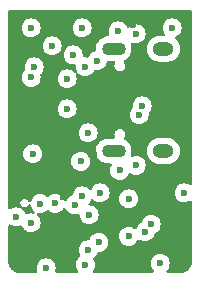
<source format=gbr>
%TF.GenerationSoftware,KiCad,Pcbnew,8.0.4*%
%TF.CreationDate,2024-12-29T16:28:47-05:00*%
%TF.ProjectId,SurroundSensePCB,53757272-6f75-46e6-9453-656e73655043,rev?*%
%TF.SameCoordinates,Original*%
%TF.FileFunction,Copper,L2,Inr*%
%TF.FilePolarity,Positive*%
%FSLAX46Y46*%
G04 Gerber Fmt 4.6, Leading zero omitted, Abs format (unit mm)*
G04 Created by KiCad (PCBNEW 8.0.4) date 2024-12-29 16:28:47*
%MOMM*%
%LPD*%
G01*
G04 APERTURE LIST*
%TA.AperFunction,ComponentPad*%
%ADD10O,1.800000X1.200000*%
%TD*%
%TA.AperFunction,ComponentPad*%
%ADD11O,2.000000X1.100000*%
%TD*%
%TA.AperFunction,ViaPad*%
%ADD12C,0.600000*%
%TD*%
G04 APERTURE END LIST*
D10*
%TO.N,GND*%
%TO.C,USB1*%
X141494500Y-82035000D03*
D11*
X137294500Y-82035000D03*
D10*
X141494500Y-90685000D03*
D11*
X137294500Y-90685000D03*
%TD*%
D12*
%TO.N,GND*%
X131572000Y-100584000D03*
X137668000Y-80518000D03*
X140462000Y-96901000D03*
X130302000Y-80264000D03*
X134620000Y-94488000D03*
X129032000Y-96266000D03*
X141224000Y-100203000D03*
X135890000Y-83058000D03*
X143256000Y-94234000D03*
X135128000Y-99060000D03*
X133350000Y-84582000D03*
X135128000Y-89154000D03*
X139192000Y-80772000D03*
X133858000Y-82550000D03*
X130302000Y-84455000D03*
X134620000Y-80264000D03*
X132080000Y-81788000D03*
X134874000Y-83566000D03*
X133350000Y-87122000D03*
%TO.N,+3.3V*%
X131445000Y-80645000D03*
X131318000Y-89662000D03*
X138938000Y-80010000D03*
X135636000Y-90932000D03*
X132842000Y-80264000D03*
X132969000Y-94615000D03*
X138938000Y-100584000D03*
X139700000Y-94996000D03*
%TO.N,/en*%
X142240000Y-80264000D03*
%TO.N,/out+*%
X138565054Y-97908946D03*
X134898805Y-100305195D03*
%TO.N,/out-*%
X139954000Y-97536000D03*
X130302000Y-96774000D03*
%TO.N,/sda*%
X134493000Y-91567000D03*
X138557000Y-94742000D03*
X136144000Y-94234000D03*
%TO.N,/scl*%
X135220144Y-96094388D03*
X133985000Y-95250000D03*
X130429000Y-90932000D03*
%TO.N,/boot*%
X130556000Y-83566000D03*
%TO.N,/mic_data*%
X132334000Y-95123000D03*
%TO.N,/usb_p*%
X139446000Y-87630000D03*
X137795000Y-92329000D03*
X139197705Y-91901822D03*
%TO.N,/usb_n*%
X139700000Y-86868000D03*
%TO.N,/mic_clk*%
X131064000Y-95147498D03*
%TO.N,+5V*%
X136017000Y-98426002D03*
%TD*%
%TA.AperFunction,Conductor*%
%TO.N,+3.3V*%
G36*
X143860539Y-78759685D02*
G01*
X143906294Y-78812489D01*
X143917500Y-78864000D01*
X143917500Y-93479878D01*
X143897815Y-93546917D01*
X143845011Y-93592672D01*
X143775853Y-93602616D01*
X143727528Y-93584872D01*
X143605523Y-93508211D01*
X143435254Y-93448631D01*
X143435249Y-93448630D01*
X143256004Y-93428435D01*
X143255996Y-93428435D01*
X143076750Y-93448630D01*
X143076745Y-93448631D01*
X142906476Y-93508211D01*
X142753737Y-93604184D01*
X142626184Y-93731737D01*
X142530211Y-93884476D01*
X142470631Y-94054745D01*
X142470630Y-94054750D01*
X142450435Y-94233996D01*
X142450435Y-94234003D01*
X142470630Y-94413249D01*
X142470631Y-94413254D01*
X142530211Y-94583523D01*
X142582824Y-94667255D01*
X142626184Y-94736262D01*
X142753738Y-94863816D01*
X142807857Y-94897821D01*
X142906474Y-94959787D01*
X142906478Y-94959789D01*
X142993565Y-94990262D01*
X143076745Y-95019368D01*
X143076750Y-95019369D01*
X143255996Y-95039565D01*
X143256000Y-95039565D01*
X143256004Y-95039565D01*
X143435249Y-95019369D01*
X143435252Y-95019368D01*
X143435255Y-95019368D01*
X143605522Y-94959789D01*
X143605524Y-94959787D01*
X143605526Y-94959787D01*
X143727528Y-94883128D01*
X143794764Y-94864127D01*
X143861599Y-94884494D01*
X143906814Y-94937762D01*
X143917500Y-94988121D01*
X143917500Y-100070586D01*
X143917028Y-100081394D01*
X143904536Y-100224167D01*
X143900783Y-100245452D01*
X143865096Y-100378639D01*
X143857703Y-100398951D01*
X143799430Y-100523918D01*
X143788623Y-100542636D01*
X143709536Y-100655585D01*
X143695642Y-100672143D01*
X143598143Y-100769642D01*
X143581585Y-100783536D01*
X143468636Y-100862623D01*
X143449918Y-100873430D01*
X143324951Y-100931703D01*
X143304639Y-100939096D01*
X143171452Y-100974783D01*
X143150167Y-100978536D01*
X143007395Y-100991028D01*
X142996587Y-100991500D01*
X141866940Y-100991500D01*
X141799901Y-100971815D01*
X141754146Y-100919011D01*
X141744202Y-100849853D01*
X141773227Y-100786297D01*
X141779259Y-100779819D01*
X141795829Y-100763249D01*
X141853816Y-100705262D01*
X141949789Y-100552522D01*
X142009368Y-100382255D01*
X142009369Y-100382249D01*
X142029565Y-100203003D01*
X142029565Y-100202996D01*
X142009369Y-100023750D01*
X142009368Y-100023745D01*
X141949789Y-99853478D01*
X141853816Y-99700738D01*
X141726262Y-99573184D01*
X141708880Y-99562262D01*
X141573523Y-99477211D01*
X141403254Y-99417631D01*
X141403249Y-99417630D01*
X141224004Y-99397435D01*
X141223996Y-99397435D01*
X141044750Y-99417630D01*
X141044745Y-99417631D01*
X140874476Y-99477211D01*
X140721737Y-99573184D01*
X140594184Y-99700737D01*
X140498211Y-99853476D01*
X140438631Y-100023745D01*
X140438630Y-100023750D01*
X140418435Y-100202996D01*
X140418435Y-100203003D01*
X140438630Y-100382249D01*
X140438631Y-100382254D01*
X140498211Y-100552523D01*
X140594184Y-100705262D01*
X140668741Y-100779819D01*
X140702226Y-100841142D01*
X140697242Y-100910834D01*
X140655370Y-100966767D01*
X140589906Y-100991184D01*
X140581060Y-100991500D01*
X135637340Y-100991500D01*
X135570301Y-100971815D01*
X135524546Y-100919011D01*
X135514602Y-100849853D01*
X135532346Y-100801528D01*
X135624594Y-100654717D01*
X135684173Y-100484450D01*
X135693154Y-100404745D01*
X135704370Y-100305198D01*
X135704370Y-100305191D01*
X135684174Y-100125945D01*
X135684173Y-100125940D01*
X135648413Y-100023745D01*
X135624594Y-99955673D01*
X135572404Y-99872614D01*
X135553405Y-99805379D01*
X135573773Y-99738543D01*
X135611427Y-99701650D01*
X135630262Y-99689816D01*
X135757816Y-99562262D01*
X135853789Y-99409522D01*
X135887227Y-99313961D01*
X135927947Y-99257187D01*
X135992900Y-99231439D01*
X136010036Y-99231614D01*
X136010036Y-99231567D01*
X136017004Y-99231567D01*
X136196249Y-99211371D01*
X136196252Y-99211370D01*
X136196255Y-99211370D01*
X136366522Y-99151791D01*
X136519262Y-99055818D01*
X136646816Y-98928264D01*
X136742789Y-98775524D01*
X136802368Y-98605257D01*
X136809860Y-98538762D01*
X136822565Y-98426005D01*
X136822565Y-98425998D01*
X136802369Y-98246752D01*
X136802368Y-98246747D01*
X136778080Y-98177335D01*
X136742789Y-98076480D01*
X136736769Y-98066900D01*
X136646815Y-97923739D01*
X136632018Y-97908942D01*
X137759489Y-97908942D01*
X137759489Y-97908949D01*
X137779684Y-98088195D01*
X137779685Y-98088200D01*
X137839265Y-98258469D01*
X137891478Y-98341565D01*
X137935238Y-98411208D01*
X138062792Y-98538762D01*
X138092991Y-98557737D01*
X138168608Y-98605251D01*
X138215532Y-98634735D01*
X138385799Y-98694314D01*
X138385804Y-98694315D01*
X138565050Y-98714511D01*
X138565054Y-98714511D01*
X138565058Y-98714511D01*
X138744303Y-98694315D01*
X138744306Y-98694314D01*
X138744309Y-98694314D01*
X138914576Y-98634735D01*
X139067316Y-98538762D01*
X139194870Y-98411208D01*
X139290843Y-98258468D01*
X139295062Y-98246408D01*
X139335780Y-98189633D01*
X139400732Y-98163883D01*
X139469294Y-98177335D01*
X139478077Y-98182366D01*
X139599192Y-98258468D01*
X139604478Y-98261789D01*
X139774745Y-98321368D01*
X139774750Y-98321369D01*
X139953996Y-98341565D01*
X139954000Y-98341565D01*
X139954004Y-98341565D01*
X140133249Y-98321369D01*
X140133252Y-98321368D01*
X140133255Y-98321368D01*
X140303522Y-98261789D01*
X140456262Y-98165816D01*
X140583816Y-98038262D01*
X140679789Y-97885522D01*
X140739368Y-97715255D01*
X140739369Y-97715245D01*
X140739852Y-97713131D01*
X140740544Y-97711892D01*
X140741668Y-97708682D01*
X140742230Y-97708878D01*
X140773956Y-97652150D01*
X140806953Y-97628989D01*
X140811514Y-97626791D01*
X140811522Y-97626789D01*
X140964262Y-97530816D01*
X141091816Y-97403262D01*
X141187789Y-97250522D01*
X141247368Y-97080255D01*
X141252609Y-97033738D01*
X141267565Y-96901003D01*
X141267565Y-96900996D01*
X141247369Y-96721750D01*
X141247368Y-96721745D01*
X141203595Y-96596650D01*
X141187789Y-96551478D01*
X141091816Y-96398738D01*
X140964262Y-96271184D01*
X140811523Y-96175211D01*
X140641254Y-96115631D01*
X140641249Y-96115630D01*
X140462004Y-96095435D01*
X140461996Y-96095435D01*
X140282750Y-96115630D01*
X140282745Y-96115631D01*
X140112476Y-96175211D01*
X139959737Y-96271184D01*
X139832184Y-96398737D01*
X139736210Y-96551478D01*
X139676631Y-96721747D01*
X139676144Y-96723884D01*
X139675450Y-96725124D01*
X139674333Y-96728317D01*
X139673773Y-96728121D01*
X139642033Y-96784861D01*
X139609064Y-96808002D01*
X139604483Y-96810208D01*
X139451737Y-96906184D01*
X139324184Y-97033737D01*
X139228209Y-97186479D01*
X139223989Y-97198541D01*
X139183266Y-97255317D01*
X139118313Y-97281063D01*
X139049752Y-97267606D01*
X139040976Y-97262579D01*
X138914577Y-97183157D01*
X138744308Y-97123577D01*
X138744303Y-97123576D01*
X138565058Y-97103381D01*
X138565050Y-97103381D01*
X138385804Y-97123576D01*
X138385799Y-97123577D01*
X138215530Y-97183157D01*
X138062791Y-97279130D01*
X137935238Y-97406683D01*
X137839265Y-97559422D01*
X137779685Y-97729691D01*
X137779684Y-97729696D01*
X137759489Y-97908942D01*
X136632018Y-97908942D01*
X136519262Y-97796186D01*
X136366523Y-97700213D01*
X136196254Y-97640633D01*
X136196249Y-97640632D01*
X136017004Y-97620437D01*
X136016996Y-97620437D01*
X135837750Y-97640632D01*
X135837745Y-97640633D01*
X135667476Y-97700213D01*
X135514737Y-97796186D01*
X135387184Y-97923739D01*
X135291209Y-98076482D01*
X135257772Y-98172039D01*
X135217050Y-98228815D01*
X135152098Y-98254562D01*
X135134963Y-98254388D01*
X135134963Y-98254435D01*
X135127996Y-98254435D01*
X134948750Y-98274630D01*
X134948745Y-98274631D01*
X134778476Y-98334211D01*
X134625737Y-98430184D01*
X134498184Y-98557737D01*
X134402211Y-98710476D01*
X134342631Y-98880745D01*
X134342630Y-98880750D01*
X134322435Y-99059996D01*
X134322435Y-99060003D01*
X134342630Y-99239249D01*
X134342631Y-99239254D01*
X134402211Y-99409523D01*
X134454398Y-99492578D01*
X134473398Y-99559815D01*
X134453030Y-99626650D01*
X134415379Y-99663542D01*
X134396545Y-99675376D01*
X134268989Y-99802932D01*
X134173016Y-99955671D01*
X134113436Y-100125940D01*
X134113435Y-100125945D01*
X134093240Y-100305191D01*
X134093240Y-100305198D01*
X134113435Y-100484444D01*
X134113436Y-100484449D01*
X134148271Y-100584000D01*
X134173016Y-100654717D01*
X134255693Y-100786297D01*
X134265264Y-100801528D01*
X134284264Y-100868764D01*
X134263896Y-100935600D01*
X134210629Y-100980814D01*
X134160270Y-100991500D01*
X132452264Y-100991500D01*
X132385225Y-100971815D01*
X132339470Y-100919011D01*
X132329526Y-100849853D01*
X132335222Y-100826546D01*
X132351572Y-100779819D01*
X132357368Y-100763255D01*
X132362372Y-100718844D01*
X132377565Y-100584003D01*
X132377565Y-100583996D01*
X132357369Y-100404750D01*
X132357368Y-100404745D01*
X132322534Y-100305195D01*
X132297789Y-100234478D01*
X132201816Y-100081738D01*
X132074262Y-99954184D01*
X131921523Y-99858211D01*
X131751254Y-99798631D01*
X131751249Y-99798630D01*
X131572004Y-99778435D01*
X131571996Y-99778435D01*
X131392750Y-99798630D01*
X131392745Y-99798631D01*
X131222476Y-99858211D01*
X131069737Y-99954184D01*
X130942184Y-100081737D01*
X130846211Y-100234476D01*
X130786631Y-100404745D01*
X130786630Y-100404750D01*
X130766435Y-100583996D01*
X130766435Y-100584003D01*
X130786630Y-100763249D01*
X130786632Y-100763257D01*
X130808778Y-100826546D01*
X130812339Y-100896324D01*
X130777610Y-100956952D01*
X130715617Y-100989179D01*
X130691736Y-100991500D01*
X129291413Y-100991500D01*
X129280605Y-100991028D01*
X129137832Y-100978536D01*
X129116547Y-100974783D01*
X128983360Y-100939096D01*
X128963048Y-100931703D01*
X128838081Y-100873430D01*
X128819363Y-100862623D01*
X128706414Y-100783536D01*
X128689856Y-100769642D01*
X128592357Y-100672143D01*
X128578463Y-100655585D01*
X128577855Y-100654717D01*
X128499375Y-100542635D01*
X128488569Y-100523918D01*
X128430296Y-100398951D01*
X128422903Y-100378639D01*
X128387216Y-100245452D01*
X128383463Y-100224166D01*
X128381611Y-100203003D01*
X128370972Y-100081393D01*
X128370500Y-100070586D01*
X128370500Y-97020121D01*
X128390185Y-96953082D01*
X128442989Y-96907327D01*
X128512147Y-96897383D01*
X128560472Y-96915128D01*
X128682473Y-96991787D01*
X128682477Y-96991788D01*
X128682478Y-96991789D01*
X128852739Y-97051366D01*
X128852745Y-97051368D01*
X128852750Y-97051369D01*
X129031996Y-97071565D01*
X129032000Y-97071565D01*
X129032004Y-97071565D01*
X129211249Y-97051369D01*
X129211251Y-97051368D01*
X129211255Y-97051368D01*
X129211258Y-97051366D01*
X129211262Y-97051366D01*
X129270185Y-97030747D01*
X129381522Y-96991789D01*
X129381537Y-96991779D01*
X129383664Y-96990756D01*
X129385194Y-96990503D01*
X129388095Y-96989489D01*
X129388272Y-96989996D01*
X129452604Y-96979400D01*
X129516741Y-97007118D01*
X129554515Y-97061519D01*
X129576210Y-97123521D01*
X129656010Y-97250522D01*
X129672184Y-97276262D01*
X129799738Y-97403816D01*
X129952478Y-97499789D01*
X130041148Y-97530816D01*
X130122745Y-97559368D01*
X130122750Y-97559369D01*
X130301996Y-97579565D01*
X130302000Y-97579565D01*
X130302004Y-97579565D01*
X130481249Y-97559369D01*
X130481252Y-97559368D01*
X130481255Y-97559368D01*
X130651522Y-97499789D01*
X130804262Y-97403816D01*
X130931816Y-97276262D01*
X131027789Y-97123522D01*
X131087368Y-96953255D01*
X131087369Y-96953249D01*
X131107565Y-96774003D01*
X131107565Y-96773996D01*
X131087369Y-96594750D01*
X131087368Y-96594745D01*
X131072228Y-96551478D01*
X131027789Y-96424478D01*
X131011615Y-96398738D01*
X130933012Y-96273642D01*
X130931816Y-96271738D01*
X130806469Y-96146391D01*
X130772984Y-96085068D01*
X130777968Y-96015376D01*
X130819840Y-95959443D01*
X130885304Y-95935026D01*
X130908034Y-95935490D01*
X131063997Y-95953063D01*
X131064000Y-95953063D01*
X131064004Y-95953063D01*
X131243249Y-95932867D01*
X131243252Y-95932866D01*
X131243255Y-95932866D01*
X131413522Y-95873287D01*
X131566262Y-95777314D01*
X131623568Y-95720008D01*
X131684891Y-95686523D01*
X131754583Y-95691507D01*
X131798930Y-95720008D01*
X131831738Y-95752816D01*
X131922080Y-95809582D01*
X131929369Y-95814162D01*
X131984478Y-95848789D01*
X132073148Y-95879816D01*
X132154745Y-95908368D01*
X132154750Y-95908369D01*
X132333996Y-95928565D01*
X132334000Y-95928565D01*
X132334004Y-95928565D01*
X132513249Y-95908369D01*
X132513252Y-95908368D01*
X132513255Y-95908368D01*
X132683522Y-95848789D01*
X132836262Y-95752816D01*
X132963816Y-95625262D01*
X133022344Y-95532115D01*
X133074676Y-95485826D01*
X133143730Y-95475177D01*
X133207578Y-95503552D01*
X133244377Y-95557133D01*
X133259209Y-95599520D01*
X133350537Y-95744866D01*
X133355184Y-95752262D01*
X133482738Y-95879816D01*
X133524602Y-95906121D01*
X133609463Y-95959443D01*
X133635478Y-95975789D01*
X133718081Y-96004693D01*
X133805745Y-96035368D01*
X133805750Y-96035369D01*
X133984996Y-96055565D01*
X133985000Y-96055565D01*
X133985004Y-96055565D01*
X134164249Y-96035369D01*
X134164251Y-96035368D01*
X134164255Y-96035368D01*
X134164258Y-96035366D01*
X134164262Y-96035366D01*
X134251920Y-96004693D01*
X134321698Y-96001130D01*
X134382326Y-96035859D01*
X134414554Y-96097852D01*
X134416095Y-96107850D01*
X134434774Y-96273638D01*
X134434775Y-96273642D01*
X134494355Y-96443911D01*
X134589131Y-96594745D01*
X134590328Y-96596650D01*
X134717882Y-96724204D01*
X134797132Y-96774000D01*
X134851245Y-96808002D01*
X134870622Y-96820177D01*
X135040889Y-96879756D01*
X135040894Y-96879757D01*
X135220140Y-96899953D01*
X135220144Y-96899953D01*
X135220148Y-96899953D01*
X135399393Y-96879757D01*
X135399396Y-96879756D01*
X135399399Y-96879756D01*
X135569666Y-96820177D01*
X135722406Y-96724204D01*
X135849960Y-96596650D01*
X135945933Y-96443910D01*
X136005512Y-96273643D01*
X136019850Y-96146391D01*
X136025709Y-96094391D01*
X136025709Y-96094384D01*
X136005513Y-95915138D01*
X136005512Y-95915133D01*
X135957287Y-95777314D01*
X135945933Y-95744866D01*
X135849960Y-95592126D01*
X135722406Y-95464572D01*
X135715822Y-95460435D01*
X135569667Y-95368599D01*
X135399398Y-95309019D01*
X135399394Y-95309018D01*
X135234352Y-95290423D01*
X135169938Y-95263356D01*
X135130383Y-95205762D01*
X135128246Y-95135925D01*
X135160552Y-95079525D01*
X135249816Y-94990262D01*
X135345789Y-94837522D01*
X135350508Y-94824037D01*
X135391229Y-94767260D01*
X135456181Y-94741512D01*
X135524743Y-94754967D01*
X135555231Y-94777309D01*
X135641738Y-94863816D01*
X135695857Y-94897821D01*
X135794474Y-94959787D01*
X135794478Y-94959789D01*
X135881565Y-94990262D01*
X135964745Y-95019368D01*
X135964750Y-95019369D01*
X136143996Y-95039565D01*
X136144000Y-95039565D01*
X136144004Y-95039565D01*
X136323249Y-95019369D01*
X136323252Y-95019368D01*
X136323255Y-95019368D01*
X136493522Y-94959789D01*
X136646262Y-94863816D01*
X136768082Y-94741996D01*
X137751435Y-94741996D01*
X137751435Y-94742003D01*
X137771630Y-94921249D01*
X137771631Y-94921254D01*
X137831211Y-95091523D01*
X137915886Y-95226281D01*
X137927184Y-95244262D01*
X138054738Y-95371816D01*
X138207478Y-95467789D01*
X138309683Y-95503552D01*
X138377745Y-95527368D01*
X138377750Y-95527369D01*
X138556996Y-95547565D01*
X138557000Y-95547565D01*
X138557004Y-95547565D01*
X138736249Y-95527369D01*
X138736252Y-95527368D01*
X138736255Y-95527368D01*
X138906522Y-95467789D01*
X139059262Y-95371816D01*
X139186816Y-95244262D01*
X139282789Y-95091522D01*
X139342368Y-94921255D01*
X139342767Y-94917717D01*
X139362565Y-94742003D01*
X139362565Y-94741996D01*
X139342369Y-94562750D01*
X139342368Y-94562745D01*
X139326600Y-94517682D01*
X139282789Y-94392478D01*
X139263719Y-94362129D01*
X139186815Y-94239737D01*
X139059262Y-94112184D01*
X138906523Y-94016211D01*
X138736254Y-93956631D01*
X138736249Y-93956630D01*
X138557004Y-93936435D01*
X138556996Y-93936435D01*
X138377750Y-93956630D01*
X138377745Y-93956631D01*
X138207476Y-94016211D01*
X138054737Y-94112184D01*
X137927184Y-94239737D01*
X137831211Y-94392476D01*
X137771631Y-94562745D01*
X137771630Y-94562750D01*
X137751435Y-94741996D01*
X136768082Y-94741996D01*
X136773816Y-94736262D01*
X136869789Y-94583522D01*
X136929368Y-94413255D01*
X136931709Y-94392478D01*
X136949565Y-94234003D01*
X136949565Y-94233996D01*
X136929369Y-94054750D01*
X136929368Y-94054745D01*
X136890858Y-93944690D01*
X136869789Y-93884478D01*
X136853267Y-93858184D01*
X136830582Y-93822080D01*
X136773816Y-93731738D01*
X136646262Y-93604184D01*
X136615527Y-93584872D01*
X136493523Y-93508211D01*
X136323254Y-93448631D01*
X136323249Y-93448630D01*
X136144004Y-93428435D01*
X136143996Y-93428435D01*
X135964750Y-93448630D01*
X135964745Y-93448631D01*
X135794476Y-93508211D01*
X135641737Y-93604184D01*
X135514184Y-93731737D01*
X135418210Y-93884479D01*
X135413489Y-93897969D01*
X135372764Y-93954743D01*
X135307810Y-93980487D01*
X135239249Y-93967028D01*
X135208768Y-93944690D01*
X135122262Y-93858184D01*
X134969523Y-93762211D01*
X134799254Y-93702631D01*
X134799249Y-93702630D01*
X134620004Y-93682435D01*
X134619996Y-93682435D01*
X134440750Y-93702630D01*
X134440745Y-93702631D01*
X134270476Y-93762211D01*
X134117737Y-93858184D01*
X133990184Y-93985737D01*
X133894210Y-94138478D01*
X133834630Y-94308750D01*
X133826255Y-94383083D01*
X133799188Y-94447497D01*
X133743990Y-94486241D01*
X133635476Y-94524211D01*
X133482737Y-94620184D01*
X133355182Y-94747739D01*
X133296656Y-94840883D01*
X133244321Y-94887173D01*
X133175268Y-94897821D01*
X133111420Y-94869446D01*
X133074622Y-94815865D01*
X133059790Y-94773480D01*
X133055882Y-94767260D01*
X132963816Y-94620738D01*
X132836262Y-94493184D01*
X132763552Y-94447497D01*
X132683523Y-94397211D01*
X132513254Y-94337631D01*
X132513249Y-94337630D01*
X132334004Y-94317435D01*
X132333996Y-94317435D01*
X132154750Y-94337630D01*
X132154745Y-94337631D01*
X131984476Y-94397211D01*
X131831737Y-94493184D01*
X131774432Y-94550490D01*
X131713109Y-94583975D01*
X131643417Y-94578991D01*
X131599070Y-94550490D01*
X131566262Y-94517682D01*
X131413523Y-94421709D01*
X131243254Y-94362129D01*
X131243249Y-94362128D01*
X131064004Y-94341933D01*
X131063996Y-94341933D01*
X130884750Y-94362128D01*
X130884745Y-94362129D01*
X130714476Y-94421709D01*
X130561737Y-94517682D01*
X130434184Y-94645235D01*
X130338209Y-94797978D01*
X130300511Y-94905713D01*
X130259790Y-94962489D01*
X130194837Y-94988236D01*
X130126275Y-94974780D01*
X130075873Y-94926392D01*
X130074207Y-94923001D01*
X130074057Y-94923082D01*
X130071186Y-94917710D01*
X130016997Y-94836611D01*
X130016994Y-94836607D01*
X129987892Y-94807505D01*
X129987888Y-94807502D01*
X129906789Y-94753313D01*
X129906781Y-94753309D01*
X129868757Y-94737558D01*
X129868746Y-94737555D01*
X129773086Y-94718527D01*
X129773082Y-94718527D01*
X129731918Y-94718527D01*
X129731913Y-94718527D01*
X129636253Y-94737555D01*
X129636242Y-94737558D01*
X129598218Y-94753309D01*
X129598210Y-94753313D01*
X129517111Y-94807502D01*
X129517107Y-94807505D01*
X129488005Y-94836607D01*
X129488002Y-94836611D01*
X129433813Y-94917710D01*
X129433809Y-94917718D01*
X129418058Y-94955742D01*
X129418055Y-94955753D01*
X129399027Y-95051413D01*
X129399027Y-95092586D01*
X129418055Y-95188246D01*
X129418058Y-95188257D01*
X129433809Y-95226281D01*
X129433813Y-95226289D01*
X129488002Y-95307388D01*
X129488005Y-95307392D01*
X129519952Y-95339339D01*
X129551143Y-95396461D01*
X129608512Y-95395877D01*
X129622249Y-95400644D01*
X129636247Y-95406443D01*
X129731913Y-95425472D01*
X129731917Y-95425473D01*
X129731918Y-95425473D01*
X129773083Y-95425473D01*
X129773084Y-95425472D01*
X129868753Y-95406443D01*
X129906783Y-95390690D01*
X129987889Y-95336497D01*
X130016997Y-95307389D01*
X130050650Y-95257022D01*
X130104261Y-95212219D01*
X130173586Y-95203510D01*
X130236614Y-95233665D01*
X130273333Y-95293107D01*
X130276972Y-95312027D01*
X130278631Y-95326750D01*
X130278631Y-95326752D01*
X130338211Y-95497021D01*
X130434184Y-95649760D01*
X130559530Y-95775106D01*
X130593015Y-95836429D01*
X130588031Y-95906121D01*
X130546159Y-95962054D01*
X130480695Y-95986471D01*
X130457966Y-95986007D01*
X130302004Y-95968435D01*
X130301996Y-95968435D01*
X130122750Y-95988630D01*
X130122737Y-95988633D01*
X129952476Y-96048210D01*
X129950314Y-96049252D01*
X129948779Y-96049504D01*
X129945906Y-96050510D01*
X129945729Y-96050006D01*
X129881371Y-96060595D01*
X129817240Y-96032865D01*
X129779484Y-95978479D01*
X129775969Y-95968435D01*
X129757789Y-95916478D01*
X129661816Y-95763738D01*
X129534262Y-95636184D01*
X129508819Y-95620197D01*
X129462529Y-95567863D01*
X129458862Y-95544085D01*
X129441117Y-95550704D01*
X129388728Y-95540700D01*
X129388095Y-95542511D01*
X129211254Y-95480631D01*
X129211249Y-95480630D01*
X129032004Y-95460435D01*
X129031996Y-95460435D01*
X128852750Y-95480630D01*
X128852745Y-95480631D01*
X128682476Y-95540211D01*
X128560472Y-95616872D01*
X128493235Y-95635872D01*
X128426400Y-95615504D01*
X128381186Y-95562236D01*
X128370500Y-95511878D01*
X128370500Y-90931996D01*
X129623435Y-90931996D01*
X129623435Y-90932003D01*
X129643630Y-91111249D01*
X129643631Y-91111254D01*
X129703211Y-91281523D01*
X129777379Y-91399560D01*
X129799184Y-91434262D01*
X129926738Y-91561816D01*
X130079478Y-91657789D01*
X130249745Y-91717368D01*
X130249750Y-91717369D01*
X130428996Y-91737565D01*
X130429000Y-91737565D01*
X130429004Y-91737565D01*
X130608249Y-91717369D01*
X130608252Y-91717368D01*
X130608255Y-91717368D01*
X130778522Y-91657789D01*
X130923018Y-91566996D01*
X133687435Y-91566996D01*
X133687435Y-91567003D01*
X133707630Y-91746249D01*
X133707631Y-91746254D01*
X133767211Y-91916523D01*
X133806769Y-91979478D01*
X133863184Y-92069262D01*
X133990738Y-92196816D01*
X134143478Y-92292789D01*
X134246952Y-92328996D01*
X134313745Y-92352368D01*
X134313750Y-92352369D01*
X134492996Y-92372565D01*
X134493000Y-92372565D01*
X134493004Y-92372565D01*
X134672249Y-92352369D01*
X134672252Y-92352368D01*
X134672255Y-92352368D01*
X134842522Y-92292789D01*
X134995262Y-92196816D01*
X135122816Y-92069262D01*
X135218789Y-91916522D01*
X135278368Y-91746255D01*
X135279580Y-91735499D01*
X135298565Y-91567003D01*
X135298565Y-91566996D01*
X135278369Y-91387750D01*
X135278368Y-91387745D01*
X135218788Y-91217476D01*
X135155310Y-91116452D01*
X135122816Y-91064738D01*
X134995262Y-90937184D01*
X134842523Y-90841211D01*
X134672254Y-90781631D01*
X134672249Y-90781630D01*
X134493004Y-90761435D01*
X134492996Y-90761435D01*
X134313750Y-90781630D01*
X134313745Y-90781631D01*
X134143476Y-90841211D01*
X133990737Y-90937184D01*
X133863184Y-91064737D01*
X133767211Y-91217476D01*
X133707631Y-91387745D01*
X133707630Y-91387750D01*
X133687435Y-91566996D01*
X130923018Y-91566996D01*
X130931262Y-91561816D01*
X131058816Y-91434262D01*
X131154789Y-91281522D01*
X131214368Y-91111255D01*
X131214797Y-91107447D01*
X131234565Y-90932003D01*
X131234565Y-90931996D01*
X131214369Y-90752750D01*
X131214368Y-90752745D01*
X131154788Y-90582476D01*
X131154194Y-90581530D01*
X135794000Y-90581530D01*
X135794000Y-90788469D01*
X135834368Y-90991412D01*
X135834370Y-90991420D01*
X135913558Y-91182596D01*
X136028524Y-91354657D01*
X136174842Y-91500975D01*
X136174845Y-91500977D01*
X136346902Y-91615941D01*
X136538080Y-91695130D01*
X136741030Y-91735499D01*
X136741034Y-91735500D01*
X136741035Y-91735500D01*
X136998151Y-91735500D01*
X137065190Y-91755185D01*
X137110945Y-91807989D01*
X137120889Y-91877147D01*
X137103145Y-91925472D01*
X137069211Y-91979476D01*
X137009631Y-92149745D01*
X137009630Y-92149750D01*
X136989435Y-92328996D01*
X136989435Y-92329003D01*
X137009630Y-92508249D01*
X137009631Y-92508254D01*
X137069211Y-92678523D01*
X137074657Y-92687190D01*
X137165184Y-92831262D01*
X137292738Y-92958816D01*
X137445478Y-93054789D01*
X137615745Y-93114368D01*
X137615750Y-93114369D01*
X137794996Y-93134565D01*
X137795000Y-93134565D01*
X137795004Y-93134565D01*
X137974249Y-93114369D01*
X137974252Y-93114368D01*
X137974255Y-93114368D01*
X138144522Y-93054789D01*
X138297262Y-92958816D01*
X138424816Y-92831262D01*
X138520789Y-92678522D01*
X138543046Y-92614914D01*
X138583765Y-92558140D01*
X138648718Y-92532391D01*
X138717280Y-92545846D01*
X138726053Y-92550871D01*
X138848183Y-92627611D01*
X138993681Y-92678523D01*
X139018450Y-92687190D01*
X139018455Y-92687191D01*
X139197701Y-92707387D01*
X139197705Y-92707387D01*
X139197709Y-92707387D01*
X139376954Y-92687191D01*
X139376957Y-92687190D01*
X139376960Y-92687190D01*
X139547227Y-92627611D01*
X139699967Y-92531638D01*
X139827521Y-92404084D01*
X139923494Y-92251344D01*
X139983073Y-92081077D01*
X139983074Y-92081071D01*
X140003270Y-91901825D01*
X140003270Y-91901818D01*
X139983074Y-91722572D01*
X139983073Y-91722567D01*
X139949364Y-91626232D01*
X139923494Y-91552300D01*
X139827521Y-91399560D01*
X139699967Y-91272006D01*
X139683705Y-91261788D01*
X139547228Y-91176033D01*
X139376959Y-91116453D01*
X139376954Y-91116452D01*
X139197709Y-91096257D01*
X139197701Y-91096257D01*
X139018455Y-91116452D01*
X139018447Y-91116454D01*
X138910902Y-91154086D01*
X138841123Y-91157647D01*
X138780496Y-91122918D01*
X138748269Y-91060925D01*
X138754096Y-90997621D01*
X138752862Y-90997247D01*
X138754624Y-90991432D01*
X138754630Y-90991420D01*
X138795000Y-90788465D01*
X138795000Y-90598389D01*
X140094000Y-90598389D01*
X140094000Y-90771611D01*
X140096670Y-90788466D01*
X140119403Y-90932003D01*
X140121098Y-90942701D01*
X140174627Y-91107445D01*
X140253268Y-91261788D01*
X140355086Y-91401928D01*
X140477572Y-91524414D01*
X140617712Y-91626232D01*
X140772055Y-91704873D01*
X140936799Y-91758402D01*
X141107889Y-91785500D01*
X141107890Y-91785500D01*
X141881110Y-91785500D01*
X141881111Y-91785500D01*
X142052201Y-91758402D01*
X142216945Y-91704873D01*
X142371288Y-91626232D01*
X142511428Y-91524414D01*
X142633914Y-91401928D01*
X142735732Y-91261788D01*
X142814373Y-91107445D01*
X142867902Y-90942701D01*
X142895000Y-90771611D01*
X142895000Y-90598389D01*
X142867902Y-90427299D01*
X142814373Y-90262555D01*
X142735732Y-90108212D01*
X142633914Y-89968072D01*
X142511428Y-89845586D01*
X142371288Y-89743768D01*
X142216945Y-89665127D01*
X142052201Y-89611598D01*
X142052199Y-89611597D01*
X142052198Y-89611597D01*
X141900778Y-89587615D01*
X141881111Y-89584500D01*
X141107889Y-89584500D01*
X141088222Y-89587615D01*
X140936802Y-89611597D01*
X140772052Y-89665128D01*
X140617711Y-89743768D01*
X140562592Y-89783815D01*
X140477572Y-89845586D01*
X140477570Y-89845588D01*
X140477569Y-89845588D01*
X140355088Y-89968069D01*
X140355088Y-89968070D01*
X140355086Y-89968072D01*
X140320742Y-90015342D01*
X140253268Y-90108211D01*
X140174628Y-90262552D01*
X140121097Y-90427302D01*
X140096670Y-90581530D01*
X140094000Y-90598389D01*
X138795000Y-90598389D01*
X138795000Y-90581535D01*
X138754630Y-90378580D01*
X138675441Y-90187402D01*
X138560477Y-90015345D01*
X138560475Y-90015342D01*
X138414157Y-89869024D01*
X138242097Y-89754058D01*
X138205960Y-89739090D01*
X138151557Y-89695248D01*
X138129493Y-89628954D01*
X138146773Y-89561255D01*
X138165733Y-89536847D01*
X138172256Y-89530325D01*
X138191657Y-89503621D01*
X138241371Y-89406052D01*
X138251571Y-89374660D01*
X138259184Y-89326590D01*
X138268701Y-89266509D01*
X138268701Y-89233490D01*
X138251571Y-89125343D01*
X138251571Y-89125340D01*
X138241371Y-89093948D01*
X138241369Y-89093945D01*
X138241369Y-89093943D01*
X138191657Y-88996379D01*
X138172256Y-88969675D01*
X138172253Y-88969672D01*
X138172252Y-88969670D01*
X138094830Y-88892248D01*
X138094827Y-88892246D01*
X138094825Y-88892244D01*
X138068121Y-88872843D01*
X138068122Y-88872843D01*
X138068120Y-88872842D01*
X137970556Y-88823130D01*
X137954856Y-88818029D01*
X137939160Y-88812929D01*
X137939158Y-88812928D01*
X137939156Y-88812928D01*
X137831009Y-88795799D01*
X137831004Y-88795799D01*
X137797996Y-88795799D01*
X137797991Y-88795799D01*
X137689843Y-88812928D01*
X137658443Y-88823130D01*
X137560879Y-88872842D01*
X137534172Y-88892246D01*
X137456746Y-88969672D01*
X137437342Y-88996379D01*
X137387630Y-89093943D01*
X137377428Y-89125343D01*
X137360299Y-89233490D01*
X137360299Y-89266509D01*
X137377428Y-89374656D01*
X137387630Y-89406054D01*
X137412164Y-89454205D01*
X137425060Y-89522874D01*
X137398784Y-89587615D01*
X137341677Y-89627872D01*
X137301679Y-89634500D01*
X136741030Y-89634500D01*
X136538087Y-89674868D01*
X136538079Y-89674870D01*
X136346903Y-89754058D01*
X136174842Y-89869024D01*
X136028524Y-90015342D01*
X135913558Y-90187403D01*
X135834370Y-90378579D01*
X135834368Y-90378587D01*
X135794000Y-90581530D01*
X131154194Y-90581530D01*
X131058815Y-90429737D01*
X130931262Y-90302184D01*
X130778523Y-90206211D01*
X130608254Y-90146631D01*
X130608249Y-90146630D01*
X130429004Y-90126435D01*
X130428996Y-90126435D01*
X130249750Y-90146630D01*
X130249745Y-90146631D01*
X130079476Y-90206211D01*
X129926737Y-90302184D01*
X129799184Y-90429737D01*
X129703211Y-90582476D01*
X129643631Y-90752745D01*
X129643630Y-90752750D01*
X129623435Y-90931996D01*
X128370500Y-90931996D01*
X128370500Y-89153996D01*
X134322435Y-89153996D01*
X134322435Y-89154003D01*
X134342630Y-89333249D01*
X134342631Y-89333254D01*
X134402211Y-89503523D01*
X134470119Y-89611597D01*
X134498184Y-89656262D01*
X134625738Y-89783816D01*
X134716080Y-89840582D01*
X134761345Y-89869024D01*
X134778478Y-89879789D01*
X134948745Y-89939368D01*
X134948750Y-89939369D01*
X135127996Y-89959565D01*
X135128000Y-89959565D01*
X135128004Y-89959565D01*
X135307249Y-89939369D01*
X135307252Y-89939368D01*
X135307255Y-89939368D01*
X135477522Y-89879789D01*
X135630262Y-89783816D01*
X135757816Y-89656262D01*
X135853789Y-89503522D01*
X135913368Y-89333255D01*
X135913369Y-89333249D01*
X135933565Y-89154003D01*
X135933565Y-89153996D01*
X135913369Y-88974750D01*
X135913368Y-88974745D01*
X135877711Y-88872843D01*
X135853789Y-88804478D01*
X135757816Y-88651738D01*
X135630262Y-88524184D01*
X135477523Y-88428211D01*
X135307254Y-88368631D01*
X135307249Y-88368630D01*
X135128004Y-88348435D01*
X135127996Y-88348435D01*
X134948750Y-88368630D01*
X134948745Y-88368631D01*
X134778476Y-88428211D01*
X134625737Y-88524184D01*
X134498184Y-88651737D01*
X134402211Y-88804476D01*
X134342631Y-88974745D01*
X134342630Y-88974750D01*
X134322435Y-89153996D01*
X128370500Y-89153996D01*
X128370500Y-87121996D01*
X132544435Y-87121996D01*
X132544435Y-87122003D01*
X132564630Y-87301249D01*
X132564631Y-87301254D01*
X132624211Y-87471523D01*
X132658587Y-87526231D01*
X132720184Y-87624262D01*
X132847738Y-87751816D01*
X133000478Y-87847789D01*
X133170745Y-87907368D01*
X133170750Y-87907369D01*
X133349996Y-87927565D01*
X133350000Y-87927565D01*
X133350004Y-87927565D01*
X133529249Y-87907369D01*
X133529252Y-87907368D01*
X133529255Y-87907368D01*
X133699522Y-87847789D01*
X133852262Y-87751816D01*
X133974082Y-87629996D01*
X138640435Y-87629996D01*
X138640435Y-87630003D01*
X138660630Y-87809249D01*
X138660631Y-87809254D01*
X138720211Y-87979523D01*
X138816184Y-88132262D01*
X138943738Y-88259816D01*
X139096478Y-88355789D01*
X139266745Y-88415368D01*
X139266750Y-88415369D01*
X139445996Y-88435565D01*
X139446000Y-88435565D01*
X139446004Y-88435565D01*
X139625249Y-88415369D01*
X139625252Y-88415368D01*
X139625255Y-88415368D01*
X139795522Y-88355789D01*
X139948262Y-88259816D01*
X140075816Y-88132262D01*
X140171789Y-87979522D01*
X140231368Y-87809255D01*
X140251565Y-87630000D01*
X140250918Y-87624262D01*
X140239873Y-87526231D01*
X140251927Y-87457409D01*
X140275412Y-87424665D01*
X140329816Y-87370262D01*
X140425789Y-87217522D01*
X140485368Y-87047255D01*
X140486119Y-87040591D01*
X140505565Y-86868003D01*
X140505565Y-86867996D01*
X140485369Y-86688750D01*
X140485368Y-86688745D01*
X140425788Y-86518476D01*
X140329815Y-86365737D01*
X140202262Y-86238184D01*
X140049523Y-86142211D01*
X139879254Y-86082631D01*
X139879249Y-86082630D01*
X139700004Y-86062435D01*
X139699996Y-86062435D01*
X139520750Y-86082630D01*
X139520745Y-86082631D01*
X139350476Y-86142211D01*
X139197737Y-86238184D01*
X139070184Y-86365737D01*
X138974211Y-86518476D01*
X138914631Y-86688745D01*
X138914630Y-86688750D01*
X138894435Y-86867996D01*
X138894435Y-86868003D01*
X138906126Y-86971769D01*
X138894071Y-87040591D01*
X138870588Y-87073333D01*
X138816184Y-87127737D01*
X138720211Y-87280476D01*
X138660631Y-87450745D01*
X138660630Y-87450750D01*
X138640435Y-87629996D01*
X133974082Y-87629996D01*
X133979816Y-87624262D01*
X134075789Y-87471522D01*
X134135368Y-87301255D01*
X134137709Y-87280478D01*
X134155565Y-87122003D01*
X134155565Y-87121996D01*
X134135369Y-86942750D01*
X134135368Y-86942745D01*
X134109215Y-86868003D01*
X134075789Y-86772478D01*
X133979816Y-86619738D01*
X133852262Y-86492184D01*
X133699523Y-86396211D01*
X133529254Y-86336631D01*
X133529249Y-86336630D01*
X133350004Y-86316435D01*
X133349996Y-86316435D01*
X133170750Y-86336630D01*
X133170745Y-86336631D01*
X133000476Y-86396211D01*
X132847737Y-86492184D01*
X132720184Y-86619737D01*
X132624211Y-86772476D01*
X132564631Y-86942745D01*
X132564630Y-86942750D01*
X132544435Y-87121996D01*
X128370500Y-87121996D01*
X128370500Y-84454996D01*
X129496435Y-84454996D01*
X129496435Y-84455003D01*
X129516630Y-84634249D01*
X129516631Y-84634254D01*
X129576211Y-84804523D01*
X129656010Y-84931522D01*
X129672184Y-84957262D01*
X129799738Y-85084816D01*
X129952478Y-85180789D01*
X130041148Y-85211816D01*
X130122745Y-85240368D01*
X130122750Y-85240369D01*
X130301996Y-85260565D01*
X130302000Y-85260565D01*
X130302004Y-85260565D01*
X130481249Y-85240369D01*
X130481252Y-85240368D01*
X130481255Y-85240368D01*
X130651522Y-85180789D01*
X130804262Y-85084816D01*
X130931816Y-84957262D01*
X131027789Y-84804522D01*
X131087368Y-84634255D01*
X131087369Y-84634249D01*
X131093256Y-84581996D01*
X132544435Y-84581996D01*
X132544435Y-84582003D01*
X132564630Y-84761249D01*
X132564631Y-84761254D01*
X132624211Y-84931523D01*
X132720184Y-85084262D01*
X132847738Y-85211816D01*
X133000478Y-85307789D01*
X133170745Y-85367368D01*
X133170750Y-85367369D01*
X133349996Y-85387565D01*
X133350000Y-85387565D01*
X133350004Y-85387565D01*
X133529249Y-85367369D01*
X133529252Y-85367368D01*
X133529255Y-85367368D01*
X133699522Y-85307789D01*
X133852262Y-85211816D01*
X133979816Y-85084262D01*
X134075789Y-84931522D01*
X134135368Y-84761255D01*
X134135369Y-84761249D01*
X134155565Y-84582003D01*
X134155565Y-84581996D01*
X134135369Y-84402750D01*
X134135366Y-84402737D01*
X134076192Y-84233628D01*
X134072630Y-84163849D01*
X134107358Y-84103222D01*
X134169352Y-84070994D01*
X134238927Y-84077399D01*
X134280914Y-84104992D01*
X134371738Y-84195816D01*
X134524478Y-84291789D01*
X134694745Y-84351368D01*
X134694750Y-84351369D01*
X134873996Y-84371565D01*
X134874000Y-84371565D01*
X134874004Y-84371565D01*
X135053249Y-84351369D01*
X135053252Y-84351368D01*
X135053255Y-84351368D01*
X135223522Y-84291789D01*
X135376262Y-84195816D01*
X135503816Y-84068262D01*
X135599789Y-83915522D01*
X135599793Y-83915509D01*
X135600275Y-83914510D01*
X135600769Y-83913962D01*
X135603494Y-83909626D01*
X135604252Y-83910102D01*
X135647090Y-83862643D01*
X135714514Y-83844319D01*
X135725883Y-83845073D01*
X135785032Y-83851738D01*
X135889997Y-83863565D01*
X135890000Y-83863565D01*
X135890004Y-83863565D01*
X136069249Y-83843369D01*
X136069252Y-83843368D01*
X136069255Y-83843368D01*
X136239522Y-83783789D01*
X136392262Y-83687816D01*
X136519816Y-83560262D01*
X136615789Y-83407522D01*
X136675368Y-83237255D01*
X136677709Y-83216478D01*
X136680060Y-83195617D01*
X136707126Y-83131203D01*
X136764721Y-83091648D01*
X136803280Y-83085500D01*
X137301679Y-83085500D01*
X137368718Y-83105185D01*
X137414473Y-83157989D01*
X137424417Y-83227147D01*
X137412164Y-83265795D01*
X137387630Y-83313945D01*
X137377428Y-83345343D01*
X137360299Y-83453490D01*
X137360299Y-83486509D01*
X137377428Y-83594656D01*
X137387630Y-83626056D01*
X137419099Y-83687816D01*
X137437343Y-83723621D01*
X137456744Y-83750325D01*
X137456746Y-83750327D01*
X137456748Y-83750330D01*
X137534170Y-83827752D01*
X137534172Y-83827753D01*
X137534175Y-83827756D01*
X137555664Y-83843368D01*
X137560879Y-83847157D01*
X137658443Y-83896869D01*
X137658445Y-83896869D01*
X137658448Y-83896871D01*
X137689840Y-83907071D01*
X137730398Y-83913494D01*
X137797991Y-83924201D01*
X137797996Y-83924201D01*
X137831009Y-83924201D01*
X137895651Y-83913962D01*
X137939160Y-83907071D01*
X137970552Y-83896871D01*
X138068121Y-83847157D01*
X138094825Y-83827756D01*
X138094828Y-83827752D01*
X138094830Y-83827752D01*
X138172252Y-83750330D01*
X138172252Y-83750328D01*
X138172256Y-83750325D01*
X138191657Y-83723621D01*
X138241371Y-83626052D01*
X138251571Y-83594660D01*
X138259184Y-83546590D01*
X138268701Y-83486509D01*
X138268701Y-83453490D01*
X138253190Y-83355565D01*
X138251571Y-83345340D01*
X138241371Y-83313948D01*
X138241369Y-83313945D01*
X138241369Y-83313943D01*
X138191657Y-83216379D01*
X138172256Y-83189675D01*
X138172253Y-83189672D01*
X138172252Y-83189670D01*
X138165733Y-83183151D01*
X138132248Y-83121828D01*
X138137232Y-83052136D01*
X138179104Y-82996203D01*
X138205958Y-82980910D01*
X138242098Y-82965941D01*
X138414155Y-82850977D01*
X138560477Y-82704655D01*
X138675441Y-82532598D01*
X138754630Y-82341420D01*
X138795000Y-82138465D01*
X138795000Y-81948389D01*
X140094000Y-81948389D01*
X140094000Y-82121611D01*
X140096670Y-82138466D01*
X140120711Y-82290262D01*
X140121098Y-82292701D01*
X140174627Y-82457445D01*
X140253268Y-82611788D01*
X140355086Y-82751928D01*
X140477572Y-82874414D01*
X140617712Y-82976232D01*
X140772055Y-83054873D01*
X140936799Y-83108402D01*
X141107889Y-83135500D01*
X141107890Y-83135500D01*
X141881110Y-83135500D01*
X141881111Y-83135500D01*
X142052201Y-83108402D01*
X142216945Y-83054873D01*
X142371288Y-82976232D01*
X142511428Y-82874414D01*
X142633914Y-82751928D01*
X142735732Y-82611788D01*
X142814373Y-82457445D01*
X142867902Y-82292701D01*
X142895000Y-82121611D01*
X142895000Y-81948389D01*
X142867902Y-81777299D01*
X142814373Y-81612555D01*
X142735732Y-81458212D01*
X142633914Y-81318072D01*
X142518763Y-81202921D01*
X142485278Y-81141598D01*
X142490262Y-81071906D01*
X142532134Y-81015973D01*
X142565491Y-80998198D01*
X142570609Y-80996406D01*
X142589522Y-80989789D01*
X142742262Y-80893816D01*
X142869816Y-80766262D01*
X142965789Y-80613522D01*
X143025368Y-80443255D01*
X143027709Y-80422478D01*
X143045565Y-80264003D01*
X143045565Y-80263996D01*
X143025369Y-80084750D01*
X143025368Y-80084745D01*
X142991036Y-79986630D01*
X142965789Y-79914478D01*
X142949267Y-79888184D01*
X142869815Y-79761737D01*
X142742262Y-79634184D01*
X142589523Y-79538211D01*
X142419254Y-79478631D01*
X142419249Y-79478630D01*
X142240004Y-79458435D01*
X142239996Y-79458435D01*
X142060750Y-79478630D01*
X142060745Y-79478631D01*
X141890476Y-79538211D01*
X141737737Y-79634184D01*
X141610184Y-79761737D01*
X141514211Y-79914476D01*
X141454631Y-80084745D01*
X141454630Y-80084750D01*
X141434435Y-80263996D01*
X141434435Y-80264003D01*
X141454630Y-80443249D01*
X141454631Y-80443254D01*
X141514211Y-80613522D01*
X141566823Y-80697254D01*
X141596528Y-80744528D01*
X141615528Y-80811764D01*
X141595160Y-80878600D01*
X141541893Y-80923814D01*
X141491534Y-80934500D01*
X141107889Y-80934500D01*
X141068228Y-80940781D01*
X140936802Y-80961597D01*
X140772052Y-81015128D01*
X140617711Y-81093768D01*
X140551880Y-81141598D01*
X140477572Y-81195586D01*
X140477570Y-81195588D01*
X140477569Y-81195588D01*
X140355088Y-81318069D01*
X140355088Y-81318070D01*
X140355086Y-81318072D01*
X140320742Y-81365342D01*
X140253268Y-81458211D01*
X140174628Y-81612552D01*
X140121097Y-81777302D01*
X140098467Y-81920184D01*
X140094000Y-81948389D01*
X138795000Y-81948389D01*
X138795000Y-81931535D01*
X138754630Y-81728580D01*
X138733983Y-81678736D01*
X138726515Y-81609268D01*
X138757790Y-81546788D01*
X138817879Y-81511136D01*
X138887704Y-81513629D01*
X138889500Y-81514243D01*
X139012737Y-81557366D01*
X139012743Y-81557367D01*
X139012745Y-81557368D01*
X139012746Y-81557368D01*
X139012750Y-81557369D01*
X139191996Y-81577565D01*
X139192000Y-81577565D01*
X139192004Y-81577565D01*
X139371249Y-81557369D01*
X139371252Y-81557368D01*
X139371255Y-81557368D01*
X139541522Y-81497789D01*
X139694262Y-81401816D01*
X139821816Y-81274262D01*
X139917789Y-81121522D01*
X139977368Y-80951255D01*
X139984346Y-80889324D01*
X139997565Y-80772003D01*
X139997565Y-80771996D01*
X139977369Y-80592750D01*
X139977368Y-80592745D01*
X139951215Y-80518003D01*
X139917789Y-80422478D01*
X139821816Y-80269738D01*
X139694262Y-80142184D01*
X139694260Y-80142183D01*
X139541523Y-80046211D01*
X139371254Y-79986631D01*
X139371249Y-79986630D01*
X139192004Y-79966435D01*
X139191996Y-79966435D01*
X139012750Y-79986630D01*
X139012745Y-79986631D01*
X138842476Y-80046211D01*
X138689739Y-80142183D01*
X138603231Y-80228691D01*
X138541907Y-80262175D01*
X138472216Y-80257191D01*
X138416282Y-80215319D01*
X138398509Y-80181964D01*
X138393790Y-80168480D01*
X138393789Y-80168478D01*
X138297816Y-80015738D01*
X138170262Y-79888184D01*
X138017523Y-79792211D01*
X137847254Y-79732631D01*
X137847249Y-79732630D01*
X137668004Y-79712435D01*
X137667996Y-79712435D01*
X137488750Y-79732630D01*
X137488745Y-79732631D01*
X137318476Y-79792211D01*
X137165737Y-79888184D01*
X137038184Y-80015737D01*
X136942211Y-80168476D01*
X136882631Y-80338745D01*
X136882630Y-80338750D01*
X136862435Y-80517996D01*
X136862435Y-80518003D01*
X136882630Y-80697249D01*
X136882631Y-80697254D01*
X136925423Y-80819545D01*
X136928984Y-80889324D01*
X136894255Y-80949952D01*
X136832262Y-80982179D01*
X136808381Y-80984500D01*
X136741030Y-80984500D01*
X136538087Y-81024868D01*
X136538079Y-81024870D01*
X136346903Y-81104058D01*
X136174842Y-81219024D01*
X136028524Y-81365342D01*
X135913558Y-81537403D01*
X135834370Y-81728579D01*
X135834368Y-81728587D01*
X135794000Y-81931530D01*
X135794000Y-82138473D01*
X135794446Y-82143004D01*
X135781424Y-82211649D01*
X135733357Y-82262357D01*
X135711997Y-82272194D01*
X135540478Y-82332210D01*
X135387737Y-82428184D01*
X135260184Y-82555737D01*
X135164209Y-82708479D01*
X135163715Y-82709507D01*
X135163218Y-82710056D01*
X135160506Y-82714374D01*
X135159749Y-82713898D01*
X135116892Y-82761367D01*
X135049465Y-82779679D01*
X135038112Y-82778925D01*
X134874004Y-82760435D01*
X134873994Y-82760435D01*
X134791356Y-82769745D01*
X134722534Y-82757690D01*
X134671155Y-82710340D01*
X134653532Y-82642730D01*
X134654254Y-82632642D01*
X134663565Y-82550003D01*
X134663565Y-82549996D01*
X134643369Y-82370750D01*
X134643368Y-82370745D01*
X134609037Y-82272632D01*
X134583789Y-82200478D01*
X134487816Y-82047738D01*
X134360262Y-81920184D01*
X134207523Y-81824211D01*
X134037254Y-81764631D01*
X134037249Y-81764630D01*
X133858004Y-81744435D01*
X133857996Y-81744435D01*
X133678750Y-81764630D01*
X133678745Y-81764631D01*
X133508476Y-81824211D01*
X133355737Y-81920184D01*
X133228184Y-82047737D01*
X133132211Y-82200476D01*
X133072631Y-82370745D01*
X133072630Y-82370750D01*
X133052435Y-82549996D01*
X133052435Y-82550003D01*
X133072630Y-82729249D01*
X133072631Y-82729254D01*
X133132211Y-82899523D01*
X133180411Y-82976232D01*
X133228184Y-83052262D01*
X133355738Y-83179816D01*
X133413928Y-83216379D01*
X133492572Y-83265795D01*
X133508478Y-83275789D01*
X133599712Y-83307713D01*
X133678745Y-83335368D01*
X133678750Y-83335369D01*
X133857996Y-83355565D01*
X133858000Y-83355565D01*
X133858004Y-83355565D01*
X133940642Y-83346254D01*
X134009463Y-83358308D01*
X134060843Y-83405658D01*
X134078467Y-83473268D01*
X134077745Y-83483356D01*
X134068435Y-83565994D01*
X134068435Y-83566003D01*
X134088630Y-83745249D01*
X134088632Y-83745257D01*
X134147808Y-83914372D01*
X134151369Y-83984150D01*
X134116640Y-84044778D01*
X134054647Y-84077005D01*
X133985071Y-84070600D01*
X133943085Y-84043007D01*
X133852262Y-83952184D01*
X133699523Y-83856211D01*
X133529254Y-83796631D01*
X133529249Y-83796630D01*
X133350004Y-83776435D01*
X133349996Y-83776435D01*
X133170750Y-83796630D01*
X133170745Y-83796631D01*
X133000476Y-83856211D01*
X132847737Y-83952184D01*
X132720184Y-84079737D01*
X132624211Y-84232476D01*
X132564631Y-84402745D01*
X132564630Y-84402750D01*
X132544435Y-84581996D01*
X131093256Y-84581996D01*
X131107565Y-84455003D01*
X131107565Y-84454996D01*
X131087369Y-84275750D01*
X131087368Y-84275748D01*
X131087368Y-84275745D01*
X131084837Y-84268514D01*
X131081275Y-84198737D01*
X131114196Y-84139881D01*
X131185816Y-84068262D01*
X131281789Y-83915522D01*
X131341368Y-83745255D01*
X131347840Y-83687815D01*
X131361565Y-83566003D01*
X131361565Y-83565996D01*
X131341369Y-83386750D01*
X131341368Y-83386745D01*
X131315893Y-83313943D01*
X131281789Y-83216478D01*
X131264944Y-83189670D01*
X131185815Y-83063737D01*
X131058262Y-82936184D01*
X130905523Y-82840211D01*
X130735254Y-82780631D01*
X130735249Y-82780630D01*
X130556004Y-82760435D01*
X130555996Y-82760435D01*
X130376750Y-82780630D01*
X130376745Y-82780631D01*
X130206476Y-82840211D01*
X130053737Y-82936184D01*
X129926184Y-83063737D01*
X129830211Y-83216476D01*
X129770631Y-83386745D01*
X129770630Y-83386750D01*
X129750435Y-83565996D01*
X129750435Y-83566003D01*
X129770630Y-83745249D01*
X129770633Y-83745260D01*
X129773161Y-83752485D01*
X129776722Y-83822264D01*
X129743801Y-83881118D01*
X129672187Y-83952733D01*
X129672186Y-83952734D01*
X129576211Y-84105476D01*
X129516631Y-84275745D01*
X129516630Y-84275750D01*
X129496435Y-84454996D01*
X128370500Y-84454996D01*
X128370500Y-81787996D01*
X131274435Y-81787996D01*
X131274435Y-81788003D01*
X131294630Y-81967249D01*
X131294631Y-81967254D01*
X131354211Y-82137523D01*
X131393769Y-82200478D01*
X131450184Y-82290262D01*
X131577738Y-82417816D01*
X131730478Y-82513789D01*
X131900745Y-82573368D01*
X131900750Y-82573369D01*
X132079996Y-82593565D01*
X132080000Y-82593565D01*
X132080004Y-82593565D01*
X132259249Y-82573369D01*
X132259252Y-82573368D01*
X132259255Y-82573368D01*
X132429522Y-82513789D01*
X132582262Y-82417816D01*
X132709816Y-82290262D01*
X132805789Y-82137522D01*
X132865368Y-81967255D01*
X132869393Y-81931534D01*
X132885565Y-81788003D01*
X132885565Y-81787996D01*
X132865369Y-81608750D01*
X132865368Y-81608745D01*
X132805788Y-81438476D01*
X132730133Y-81318072D01*
X132709816Y-81285738D01*
X132582262Y-81158184D01*
X132555866Y-81141598D01*
X132429523Y-81062211D01*
X132259254Y-81002631D01*
X132259249Y-81002630D01*
X132080004Y-80982435D01*
X132079996Y-80982435D01*
X131900750Y-81002630D01*
X131900745Y-81002631D01*
X131730476Y-81062211D01*
X131577737Y-81158184D01*
X131450184Y-81285737D01*
X131354211Y-81438476D01*
X131294631Y-81608745D01*
X131294630Y-81608750D01*
X131274435Y-81787996D01*
X128370500Y-81787996D01*
X128370500Y-80263996D01*
X129496435Y-80263996D01*
X129496435Y-80264003D01*
X129516630Y-80443249D01*
X129516631Y-80443254D01*
X129576211Y-80613523D01*
X129628820Y-80697249D01*
X129672184Y-80766262D01*
X129799738Y-80893816D01*
X129864486Y-80934500D01*
X129944060Y-80984500D01*
X129952478Y-80989789D01*
X130024890Y-81015127D01*
X130122745Y-81049368D01*
X130122750Y-81049369D01*
X130301996Y-81069565D01*
X130302000Y-81069565D01*
X130302004Y-81069565D01*
X130481249Y-81049369D01*
X130481252Y-81049368D01*
X130481255Y-81049368D01*
X130651522Y-80989789D01*
X130804262Y-80893816D01*
X130931816Y-80766262D01*
X131027789Y-80613522D01*
X131087368Y-80443255D01*
X131089709Y-80422478D01*
X131107565Y-80264003D01*
X131107565Y-80263996D01*
X133814435Y-80263996D01*
X133814435Y-80264003D01*
X133834630Y-80443249D01*
X133834631Y-80443254D01*
X133894211Y-80613523D01*
X133946820Y-80697249D01*
X133990184Y-80766262D01*
X134117738Y-80893816D01*
X134182486Y-80934500D01*
X134262060Y-80984500D01*
X134270478Y-80989789D01*
X134342890Y-81015127D01*
X134440745Y-81049368D01*
X134440750Y-81049369D01*
X134619996Y-81069565D01*
X134620000Y-81069565D01*
X134620004Y-81069565D01*
X134799249Y-81049369D01*
X134799252Y-81049368D01*
X134799255Y-81049368D01*
X134969522Y-80989789D01*
X135122262Y-80893816D01*
X135249816Y-80766262D01*
X135345789Y-80613522D01*
X135405368Y-80443255D01*
X135407709Y-80422478D01*
X135425565Y-80264003D01*
X135425565Y-80263996D01*
X135405369Y-80084750D01*
X135405368Y-80084745D01*
X135371036Y-79986630D01*
X135345789Y-79914478D01*
X135329267Y-79888184D01*
X135249815Y-79761737D01*
X135122262Y-79634184D01*
X134969523Y-79538211D01*
X134799254Y-79478631D01*
X134799249Y-79478630D01*
X134620004Y-79458435D01*
X134619996Y-79458435D01*
X134440750Y-79478630D01*
X134440745Y-79478631D01*
X134270476Y-79538211D01*
X134117737Y-79634184D01*
X133990184Y-79761737D01*
X133894211Y-79914476D01*
X133834631Y-80084745D01*
X133834630Y-80084750D01*
X133814435Y-80263996D01*
X131107565Y-80263996D01*
X131087369Y-80084750D01*
X131087368Y-80084745D01*
X131053036Y-79986630D01*
X131027789Y-79914478D01*
X131011267Y-79888184D01*
X130931815Y-79761737D01*
X130804262Y-79634184D01*
X130651523Y-79538211D01*
X130481254Y-79478631D01*
X130481249Y-79478630D01*
X130302004Y-79458435D01*
X130301996Y-79458435D01*
X130122750Y-79478630D01*
X130122745Y-79478631D01*
X129952476Y-79538211D01*
X129799737Y-79634184D01*
X129672184Y-79761737D01*
X129576211Y-79914476D01*
X129516631Y-80084745D01*
X129516630Y-80084750D01*
X129496435Y-80263996D01*
X128370500Y-80263996D01*
X128370500Y-78864000D01*
X128390185Y-78796961D01*
X128442989Y-78751206D01*
X128494500Y-78740000D01*
X143793500Y-78740000D01*
X143860539Y-78759685D01*
G37*
%TD.AperFunction*%
%TD*%
M02*

</source>
